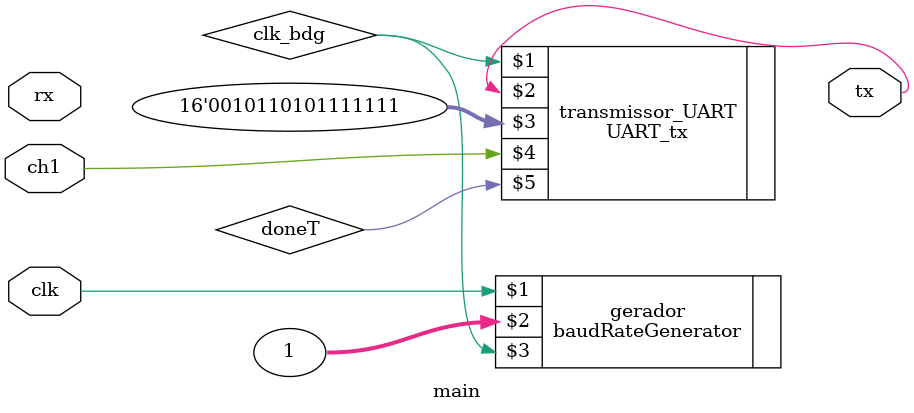
<source format=v>

module main(clk, rx, tx, ch1);
	input  clk; // Clock da placa 50MHz
	input  rx;  // Canal Receptor RX da UART NO F16 GPIO D2
	
	input ch1;
	
	output tx;  // Canal transmissor TX da UART NO F19 GPIO D3

	baudRateGenerator gerador(clk, 1, clk_bdg);
	
	//UART_tx transmissor_UART(clk_bdg, tx, 16'b 0110100100000001, ch1, doneT); //Tela de problema
	//UART_tx transmissor_UART(clk_bdg, tx, 16'b 0110100100101010, ch1, doneT); //Tela de ok
	//UART_tx transmissor_UART(clk_bdg, tx, 16'b 0110100101001101, ch1, doneT); //Tela de umid
	UART_tx transmissor_UART(clk_bdg, tx, 16'b 0010110101111111, ch1, doneT); //Tela de temp
	//UART_tx transmissor_UART(clk_bdg, tx, 16'b 0110100110011011, ch1, doneT); //Tela de desat temp
	//UART_tx transmissor_UART(clk_bdg, tx, 16'b 0110100110101100, ch1, doneT); //Tela de desat hum
/*

0110100110110010  -> 1011001001101001

	input  clk; // Clock da placa 50MHz
	input  rx;  // Canal Receptor RX da UART
	
	inout [7:0]pino_inout;
	
	output tx;  // Canal transmissor TX da UART 
	
	// ### !!!!!!!! Verificar qual pedaço é o comando e qual é o endereço !!!!!!!! ###
	wire [15:0] u_data_r;// Dados que são recebidos pela UART -> !!! [15:8] está o comando [7:0] está o endereço
	wire control;// Um pulso que é ALTO quando a UART termina de receber 2 bytes, BAIXO no tempo restante
	wire clk_bdg;// Clock dividido pelo baud rate para a uart
	
	wire uart_tx_en;
	wire [127:0] sensorBus;
	wire doneT;
	wire [7:0] bufferPronto;
	wire [7:0] bufferUsado;
	wire [15:0] info;
	wire [31:0] pinModule;
	

	baudRateGenerator gerador(clk, 1, clk_bdg);
	
	receptor receptor_UART(clk_bdg, rx, u_data_r, control);	
	
	ENTREGADOR despachante(control, u_data_r[4:0], pinModule);
	
	controlDHT11 cntDHT0(clk, pinModule[0], u_data_r, bufferUsado[0], pino_inout[0], bufferPronto[0], sensorBus[15:0]);
	controlDHT11 cntDHT1(clk, pinModule[1], u_data_r, bufferUsado[1], pino_inout[1], bufferPronto[1], sensorBus[31:16]);
	controlDHT11 cntDHT2(clk, pinModule[2], u_data_r, bufferUsado[2], pino_inout[2], bufferPronto[2], sensorBus[47:32]);
	controlDHT11 cntDHT3(clk, pinModule[3], u_data_r, bufferUsado[3], pino_inout[3], bufferPronto[3], sensorBus[63:48]);
	controlDHT11 cntDHT4(clk, pinModule[4], u_data_r, bufferUsado[4], pino_inout[4], bufferPronto[4], sensorBus[79:64]);
	controlDHT11 cntDHT5(clk, pinModule[5], u_data_r, bufferUsado[5], pino_inout[5], bufferPronto[5], sensorBus[95:80]);
	controlDHT11 cntDHT6(clk, pinModule[6], u_data_r, bufferUsado[6], pino_inout[6], bufferPronto[6], sensorBus[111:96]);
	controlDHT11 cntDHT7(clk, pinModule[7], u_data_r, bufferUsado[7], pino_inout[7], bufferPronto[7], sensorBus[127:112]);
	
	ESCALONADOR_V3 escal(clk, doneT, sensorBus, bufferPronto, info, bufferUsado, uart_tx_en);
	
	UART_tx transmissor_UART(clk_bdg, tx, info, uart_tx_en, doneT);

*/
endmodule
</source>
